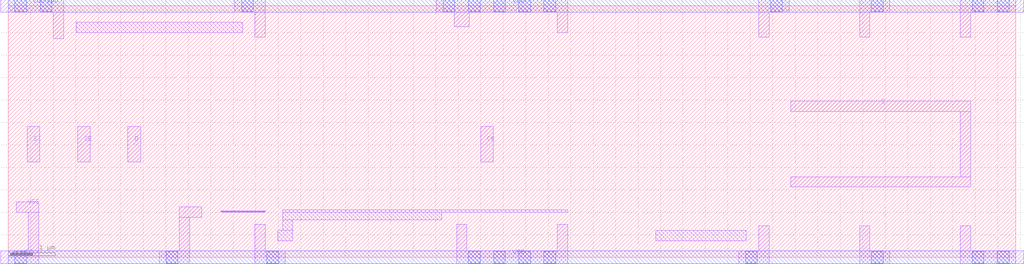
<source format=lef>
#----------------------------------------------------------------------------
# Description	: Cell LEF definitions for ts18ugfsdmp
#		  (TSMC 018um fsg -StdVt Metal Programable Library)
# Date		: $Date: 2006/06/08 03:58:23 $
# Copyright	: 1997-2006 by Virage Logic Corporation
# Revision	: Version $Revision: 1.18 $
#----------------------------------------------------------------------------

VERSION 5.4 ;
NAMESCASESENSITIVE ON ;
BUSBITCHARS "[]" ;
DIVIDERCHAR "/" ;

# Placement site definition for this library.
SITE ts18_dmp
  CLASS core ;
  SIZE 2.24 BY 5.6 ;
END ts18_dmp



#-----------------------------------------------------------------------
#      Cell        : MDN_FSDPQ_4
#      Description : D-Flip Flop w/scan, pos-edge triggered, q-only
#      Equation    : iq,iqn=ff(clocked_on=CK,next_state=(!SE&D)|(SE&SI)):Q=iq
#      Version     : $Revision: 1.18 $
#      Created     : $Date: 2006/06/08 03:58:23 $
#
MACRO MDN_FSDPQ_4
  CLASS CORE ;
  FOREIGN MDN_FSDPQ_4 0 0 ;
  ORIGIN 0 0 ;
  SIZE 22.4 BY 5.6 ;
  SYMMETRY  X ;
  SITE ts18_dmp ;
  PIN CK
    DIRECTION INPUT ;
    PORT
      LAYER METAL1 ;
      RECT  10.5 2.125 10.78 2.915 ;
    END
    ANTENNAGATEAREA 0.567 ;
  END CK
  PIN D
    DIRECTION INPUT ;
    PORT
      LAYER METAL1 ;
      RECT  2.66 2.125 2.94 2.915 ;
    END
    ANTENNAGATEAREA 0.567 ;
  END D
  PIN Q
    DIRECTION OUTPUT ;
    PORT
      LAYER METAL1 ;
      RECT  17.4 1.565 21.395 1.795 ;
      RECT  21.165 1.795 21.395 3.245 ;
      RECT  17.4 3.245 21.395 3.475 ;
    END
    ANTENNADIFFAREA 6.048 ;
  END Q
  PIN SE
    DIRECTION INPUT ;
    PORT
      LAYER METAL1 ;
      RECT  1.54 2.125 1.82 2.915 ;
    END
    ANTENNAGATEAREA 1.134 ;
  END SE
  PIN SI
    DIRECTION INPUT ;
    PORT
      LAYER METAL1 ;
      RECT  0.42 2.125 0.7 2.915 ;
    END
    ANTENNAGATEAREA 0.567 ;
  END SI
  PIN VDD
    DIRECTION INOUT ;
    USE power ;
    SHAPE ABUTMENT ;
    PORT
      LAYER METAL1 ;
      RECT  21.165 4.9 21.395 5.46 ;
      RECT  21.165 5.46 22.57 5.74 ;
      RECT  18.925 4.9 19.155 5.46 ;
      RECT  18.925 5.46 19.6 5.74 ;
      RECT  16.685 4.9 16.915 5.46 ;
      RECT  16.685 5.46 17.36 5.74 ;
      RECT  9.91 5.135 10.25 5.46 ;
      RECT  9.52 5.46 12.435 5.74 ;
      RECT  12.205 5.0 12.435 5.46 ;
      RECT  5.485 4.9 5.715 5.46 ;
      RECT  5.04 5.46 5.715 5.74 ;
      RECT  1.005 4.87 1.235 5.46 ;
      RECT  -0.17 5.46 1.235 5.74 ;
      LAYER METAL2 ;
      RECT  0.0 5.46 22.4 5.74 ;
      LAYER VIA12 ;
      RECT  21.43 5.47 21.69 5.73 ;
      RECT  21.99 5.47 22.25 5.73 ;
      RECT  19.19 5.47 19.45 5.73 ;
      RECT  16.95 5.47 17.21 5.73 ;
      RECT  9.67 5.47 9.93 5.73 ;
      RECT  10.23 5.47 10.49 5.73 ;
      RECT  10.79 5.47 11.05 5.73 ;
      RECT  11.35 5.47 11.61 5.73 ;
      RECT  11.91 5.47 12.17 5.73 ;
      RECT  5.19 5.47 5.45 5.73 ;
      RECT  0.15 5.47 0.41 5.73 ;
      RECT  0.71 5.47 0.97 5.73 ;
    END
  END VDD
  PIN VSS
    DIRECTION INOUT ;
    USE ground ;
    SHAPE ABUTMENT ;
    PORT
      LAYER METAL1 ;
      RECT  21.165 -0.14 22.57 0.14 ;
      RECT  21.165 0.14 21.395 0.7 ;
      RECT  18.925 -0.14 19.6 0.14 ;
      RECT  18.925 0.14 19.155 0.7 ;
      RECT  16.24 -0.14 16.915 0.14 ;
      RECT  16.685 0.14 16.915 0.7 ;
      RECT  9.965 -0.14 12.435 0.14 ;
      RECT  9.965 0.14 10.195 0.73 ;
      RECT  12.205 0.14 12.435 0.73 ;
      RECT  5.485 -0.14 6.16 0.14 ;
      RECT  5.485 0.14 5.715 0.73 ;
      RECT  3.36 -0.14 4.035 0.14 ;
      RECT  3.805 0.14 4.035 0.89 ;
      RECT  3.805 0.89 4.3 1.12 ;
      RECT  -0.17 -0.14 0.675 0.14 ;
      RECT  0.445 0.14 0.675 1.005 ;
      RECT  0.18 1.005 0.675 1.235 ;
      LAYER METAL2 ;
      RECT  0.0 -0.14 22.4 0.14 ;
      LAYER VIA12 ;
      RECT  21.43 -0.13 21.69 0.13 ;
      RECT  21.99 -0.13 22.25 0.13 ;
      RECT  19.19 -0.13 19.45 0.13 ;
      RECT  16.39 -0.13 16.65 0.13 ;
      RECT  10.23 -0.13 10.49 0.13 ;
      RECT  10.79 -0.13 11.05 0.13 ;
      RECT  11.35 -0.13 11.61 0.13 ;
      RECT  11.91 -0.13 12.17 0.13 ;
      RECT  5.75 -0.13 6.01 0.13 ;
      RECT  3.51 -0.13 3.77 0.13 ;
      RECT  0.15 -0.13 0.41 0.13 ;
    END
  END VSS
  OBS
      LAYER METAL1 ;
      RECT  5.99 0.37 6.33 0.6 ;
      RECT  6.1 0.6 6.33 0.83 ;
      RECT  6.1 0.83 9.635 1.005 ;
      RECT  6.1 1.005 12.435 1.06 ;
      RECT  14.39 0.37 16.41 0.6 ;
      RECT  4.745 1.005 5.715 1.01 ;
      RECT  4.74 1.01 5.715 1.015 ;
      RECT  4.735 1.015 5.715 1.02 ;
      RECT  4.73 1.02 5.715 1.025 ;
      RECT  4.725 1.025 5.715 1.03 ;
      RECT  1.51 5.0 5.21 5.23 ;
  END
END MDN_FSDPQ_4


</source>
